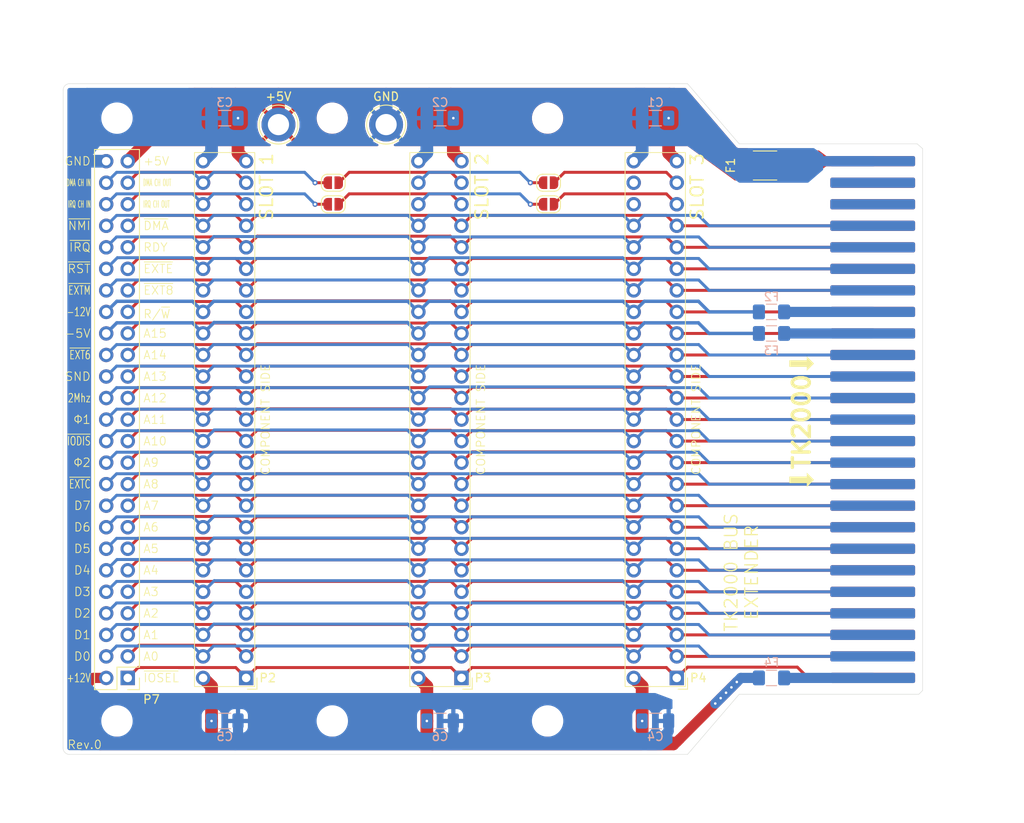
<source format=kicad_pcb>
(kicad_pcb
	(version 20241229)
	(generator "pcbnew")
	(generator_version "9.0")
	(general
		(thickness 1.6)
		(legacy_teardrops no)
	)
	(paper "A4")
	(layers
		(0 "F.Cu" signal)
		(2 "B.Cu" signal)
		(9 "F.Adhes" user "F.Adhesive")
		(11 "B.Adhes" user "B.Adhesive")
		(13 "F.Paste" user)
		(15 "B.Paste" user)
		(5 "F.SilkS" user "F.Silkscreen")
		(7 "B.SilkS" user "B.Silkscreen")
		(1 "F.Mask" user)
		(3 "B.Mask" user)
		(17 "Dwgs.User" user "User.Drawings")
		(19 "Cmts.User" user "User.Comments")
		(21 "Eco1.User" user "User.Eco1")
		(23 "Eco2.User" user "User.Eco2")
		(25 "Edge.Cuts" user)
		(27 "Margin" user)
		(31 "F.CrtYd" user "F.Courtyard")
		(29 "B.CrtYd" user "B.Courtyard")
		(35 "F.Fab" user)
		(33 "B.Fab" user)
		(39 "User.1" user)
		(41 "User.2" user)
		(43 "User.3" user)
		(45 "User.4" user)
	)
	(setup
		(pad_to_mask_clearance 0)
		(allow_soldermask_bridges_in_footprints no)
		(tenting front back)
		(pcbplotparams
			(layerselection 0x00000000_00000000_55555555_5755f5ff)
			(plot_on_all_layers_selection 0x00000000_00000000_00000000_00000000)
			(disableapertmacros no)
			(usegerberextensions no)
			(usegerberattributes yes)
			(usegerberadvancedattributes yes)
			(creategerberjobfile yes)
			(dashed_line_dash_ratio 12.000000)
			(dashed_line_gap_ratio 3.000000)
			(svgprecision 4)
			(plotframeref no)
			(mode 1)
			(useauxorigin no)
			(hpglpennumber 1)
			(hpglpenspeed 20)
			(hpglpendiameter 15.000000)
			(pdf_front_fp_property_popups yes)
			(pdf_back_fp_property_popups yes)
			(pdf_metadata yes)
			(pdf_single_document no)
			(dxfpolygonmode yes)
			(dxfimperialunits yes)
			(dxfusepcbnewfont yes)
			(psnegative no)
			(psa4output no)
			(plot_black_and_white yes)
			(sketchpadsonfab no)
			(plotpadnumbers no)
			(hidednponfab no)
			(sketchdnponfab yes)
			(crossoutdnponfab yes)
			(subtractmaskfromsilk no)
			(outputformat 1)
			(mirror no)
			(drillshape 0)
			(scaleselection 1)
			(outputdirectory "gerbers/")
		)
	)
	(net 0 "")
	(net 1 "GND")
	(net 2 "+5V")
	(net 3 "+12V")
	(net 4 "Net-(P1-Pin_25)")
	(net 5 "-12V")
	(net 6 "Net-(P1-Pin_33)")
	(net 7 "Net-(P1-Pin_34)")
	(net 8 "-5V")
	(net 9 "Net-(P1-Pin_50)")
	(net 10 "P2_RESET")
	(net 11 "P2_IRQ")
	(net 12 "P2_PHI1")
	(net 13 "P2_EXT8")
	(net 14 "unconnected-(P1-Pin_24-Pad24)")
	(net 15 "P2_A14")
	(net 16 "P2_A5")
	(net 17 "P2_A12")
	(net 18 "P2_EXTE")
	(net 19 "P2_IODIS")
	(net 20 "P2_DMA")
	(net 21 "P2_A8")
	(net 22 "P2_NMI")
	(net 23 "P2_A7")
	(net 24 "P2_A10")
	(net 25 "P2_D7")
	(net 26 "P2_A11")
	(net 27 "P2_A2")
	(net 28 "unconnected-(P1-Pin_27-Pad27)")
	(net 29 "P2_A9")
	(net 30 "P2_A1")
	(net 31 "P2_A0")
	(net 32 "P2_D1")
	(net 33 "P2_R~{W}")
	(net 34 "P2_RDY")
	(net 35 "P2_D0")
	(net 36 "P2_A3")
	(net 37 "unconnected-(P1-Pin_23-Pad23)")
	(net 38 "P2_D2")
	(net 39 "P2_EXTC")
	(net 40 "P2_SOUND")
	(net 41 "P2_D5")
	(net 42 "P2_EXTM")
	(net 43 "P2_2M")
	(net 44 "P2_A4")
	(net 45 "P2_EXT6")
	(net 46 "P2_A15")
	(net 47 "P2_PHI2")
	(net 48 "unconnected-(P1-Pin_28-Pad28)")
	(net 49 "P2_IOSEL")
	(net 50 "P2_A13")
	(net 51 "P2_D4")
	(net 52 "P2_D6")
	(net 53 "P2_A6")
	(net 54 "P2_D3")
	(net 55 "/ES2_P24")
	(net 56 "/DBG_P24")
	(net 57 "/ES2_P23")
	(net 58 "/DBG_P23")
	(net 59 "/ES2_P27")
	(net 60 "/DBG_P27")
	(net 61 "/ES2_P28")
	(net 62 "/DBG_P28")
	(net 63 "/ES3_P24")
	(net 64 "/ES3_P23")
	(net 65 "/ES3_P27")
	(net 66 "/ES3_P28")
	(footprint "TK2000:PinSocket_2x25_P2.54mm_Vertical" (layer "F.Cu") (at 100.33 41.656))
	(footprint "Jumper:SolderJumper-2_P1.3mm_Open_RoundedPad1.0x1.5mm" (layer "F.Cu") (at 87.742 44.196 180))
	(footprint "Fuse:Fuse_1812_4532Metric_Pad1.30x3.40mm_HandSolder" (layer "F.Cu") (at 138.684 42.164 180))
	(footprint "MountingHole:MountingHole_3.2mm_M3_ISO7380" (layer "F.Cu") (at 87.63 107.696))
	(footprint "Jumper:SolderJumper-2_P1.3mm_Open_RoundedPad1.0x1.5mm" (layer "F.Cu") (at 113.142 44.196 180))
	(footprint "TestPoint:TestPoint_Loop_D3.80mm_Drill2.5mm" (layer "F.Cu") (at 81.28 37.338))
	(footprint "TK2000:PinSocket_2x25_P2.54mm_Vertical" (layer "F.Cu") (at 74.93 41.656))
	(footprint "Jumper:SolderJumper-2_P1.3mm_Open_RoundedPad1.0x1.5mm" (layer "F.Cu") (at 113.142 46.736 180))
	(footprint "TK2000:Conector Edge" (layer "F.Cu") (at 151.384 72.136 90))
	(footprint "TK2000:PinSocket_2x25_P2.54mm_Vertical" (layer "F.Cu") (at 125.73 41.656))
	(footprint "TestPoint:TestPoint_Loop_D3.80mm_Drill2.5mm" (layer "F.Cu") (at 93.98 37.338))
	(footprint "MountingHole:MountingHole_3.2mm_M3_ISO7380" (layer "F.Cu") (at 113.03 107.696))
	(footprint "MountingHole:MountingHole_3.2mm_M3_ISO7380" (layer "F.Cu") (at 87.63 36.576))
	(footprint "Jumper:SolderJumper-2_P1.3mm_Open_RoundedPad1.0x1.5mm" (layer "F.Cu") (at 87.742 46.736 180))
	(footprint "MountingHole:MountingHole_3.2mm_M3_ISO7380" (layer "F.Cu") (at 62.23 36.576))
	(footprint "TK2000:PinHeader_2x25_P2.54mm_Vertical" (layer "F.Cu") (at 60.12 41.656))
	(footprint "MountingHole:MountingHole_3.2mm_M3_ISO7380" (layer "F.Cu") (at 113.03 36.576))
	(footprint "MountingHole:MountingHole_3.2mm_M3_ISO7380" (layer "F.Cu") (at 62.23 107.696))
	(footprint "Fuse:Fuse_1206_3216Metric_Pad1.42x1.75mm_HandSolder" (layer "B.Cu") (at 139.446 59.436))
	(footprint "Capacitor_SMD:C_1206_3216Metric_Pad1.33x1.80mm_HandSolder" (layer "B.Cu") (at 100.3475 107.696))
	(footprint "Fuse:Fuse_1206_3216Metric_Pad1.42x1.75mm_HandSolder" (layer "B.Cu") (at 139.446 61.976 180))
	(footprint "Capacitor_SMD:C_1206_3216Metric_Pad1.33x1.80mm_HandSolder" (layer "B.Cu") (at 74.9475 107.696))
	(footprint "Capacitor_SMD:C_1206_3216Metric_Pad1.33x1.80mm_HandSolder" (layer "B.Cu") (at 125.7475 107.696))
	(footprint "Capacitor_SMD:C_1206_3216Metric_Pad1.33x1.80mm_HandSolder" (layer "B.Cu") (at 74.9475 36.576 180))
	(footprint "Capacitor_SMD:C_1206_3216Metric_Pad1.33x1.80mm_HandSolder" (layer "B.Cu") (at 100.3475 36.576 180))
	(footprint "Fuse:Fuse_1206_3216Metric_Pad1.42x1.75mm_HandSolder" (layer "B.Cu") (at 139.446 102.616 180))
	(footprint "Capacitor_SMD:C_1206_3216Metric_Pad1.33x1.80mm_HandSolder" (layer "B.Cu") (at 125.7475 36.576 180))
	(gr_line
		(start 129.54 32.512)
		(end 56.642 32.512)
		(stroke
			(width 0.05)
			(type default)
		)
		(layer "Edge.Cuts")
		(uuid "4024b3a6-d8db-4ee5-84dc-385ea3b9ce7e")
	)
	(gr_line
		(start 157.2657 40.16775)
		(end 156.6307 39.61205)
		(stroke
			(width 0.05)
			(type solid)
		)
		(layer "Edge.Cuts")
		(uuid "46961bbb-9105-41da-b0d6-aa0acdd3a036")
	)
	(gr_line
		(start 135.636 104.54085)
		(end 129.54 111.64095)
		(stroke
			(width 0.05)
			(type solid)
		)
		(layer "Edge.Cuts")
		(uuid "4d7eddc7-8a36-41cc-8f65-e4e99458bfd7")
	)
	(gr_line
		(start 129.54 111.64095)
		(end 56.63005 111.64095)
		(stroke
			(width 0.05)
			(type solid)
		)
		(layer "Edge.Cuts")
		(uuid "4ddbf66d-7274-45a5-ba86-74cc1deb5f3c")
	)
	(gr_line
		(start 55.88 33.274)
		(end 55.86805 110.87895)
		(stroke
			(width 0.05)
			(type default)
		)
		(layer "Edge.Cuts")
		(uuid "597bbe98-9106-41b8-9ca5-2adb647f068d")
	)
	(gr_arc
		(start 56.63005 111.64095)
		(mid 56.091235 111.417765)
		(end 55.86805 110.87895)
		(stroke
			(width 0.05)
			(type default)
		)
		(layer "Edge.Cuts")
		(uuid "5c3f2325-7e7b-4dc1-8c3f-8f5efbc756db")
	)
	(gr_line
		(start 157.2657 104.10425)
		(end 157.2657 40.16775)
		(stroke
			(width 0.05)
			(type solid)
		)
		(layer "Edge.Cuts")
		(uuid "8a7a44ee-d2e6-4d5d-8908-665907501240")
	)
	(gr_line
		(start 156.6307 39.61205)
		(end 135.636 39.61205)
		(stroke
			(width 0.05)
			(type solid)
		)
		(layer "Edge.Cuts")
		(uuid "ac820e99-d595-4622-b139-21a89563cdff")
	)
	(gr_line
		(start 135.636 39.61205)
		(end 129.54 32.512)
		(stroke
			(width 0.05)
			(type default)
		)
		(layer "Edge.Cuts")
		(uuid "d524aed0-fcb0-44e1-97f4-0a7e9bbc1694")
	)
	(gr_arc
		(start 55.88 33.274)
		(mid 56.103185 32.735185)
		(end 56.642 32.512)
		(stroke
			(width 0.05)
			(type solid)
		)
		(layer "Edge.Cuts")
		(uuid "d73a9e0e-be60-4ab5-b8a1-4ad32470e674")
	)
	(gr_line
		(start 157.2657 104.10425)
		(end 156.8291 104.54085)
		(stroke
			(width 0.05)
			(type solid)
		)
		(layer "Edge.Cuts")
		(uuid "efeade17-a166-460f-a45c-47003c6be043")
	)
	(gr_line
		(start 135.636 104.54085)
		(end 156.8291 104.54085)
		(stroke
			(width 0.05)
			(type solid)
		)
		(layer "Edge.Cuts")
		(uuid "f80d0785-6077-4532-9d8e-e99caa776c86")
	)
	(gr_text "D1"
		(at 59.182 97.536 0)
		(layer "F.SilkS")
		(uuid "06919281-505d-4eec-baa1-1d36941ad271")
		(effects
			(font
				(size 1 1)
				(thickness 0.1)
			)
			(justify right)
		)
	)
	(gr_text "D5"
		(at 59.182 87.376 0)
		(layer "F.SilkS")
		(uuid "0c07d361-d28f-4eea-9a5a-749f31e21eb4")
		(effects
			(font
				(size 1 1)
				(thickness 0.1)
			)
			(justify right)
		)
	)
	(gr_text "A12"
		(at 65.278 69.596 0)
		(layer "F.SilkS")
		(uuid "14363174-d337-47fa-9ee7-d9c09c00a8fb")
		(effects
			(font
				(size 1 1)
				(thickness 0.1)
			)
			(justify left)
		)
	)
	(gr_text "-12V"
		(at 59.182 59.436 0)
		(layer "F.SilkS")
		(uuid "15501f80-2645-4e7e-a0bb-f7af44e7bcfc")
		(effects
			(font
				(size 1 0.7)
				(thickness 0.1)
			)
			(justify right)
		)
	)
	(gr_text "A8"
		(at 65.278 79.756 0)
		(layer "F.SilkS")
		(uuid "1cbd61ab-1d67-467c-b8b8-02b868810f08")
		(effects
			(font
				(size 1 1)
				(thickness 0.1)
			)
			(justify left)
		)
	)
	(gr_text "~{EXTE}"
		(at 65.278 54.356 0)
		(layer "F.SilkS")
		(uuid "1cd1f777-da8c-4eb6-9e62-28933d2bc42b")
		(effects
			(font
				(size 1 1)
				(thickness 0.1)
			)
			(justify left)
		)
	)
	(gr_text "~{DMA}"
		(at 65.278 49.276 0)
		(layer "F.SilkS")
		(uuid "1ff5a77b-5438-4605-b554-6348ac62aa8c")
		(effects
			(font
				(size 1 1)
				(thickness 0.1)
			)
			(justify left)
		)
	)
	(gr_text "Φ1"
		(at 59.182 72.136 0)
		(layer "F.SilkS")
		(uuid "2b2a7024-d622-4f72-b8e3-7274c25e8475")
		(effects
			(font
				(size 1 1)
				(thickness 0.1)
			)
			(justify right)
		)
	)
	(gr_text "GND"
		(at 59.182 41.656 0)
		(layer "F.SilkS")
		(uuid "3b7582a2-d7de-483d-82bd-fcf42b55bbc9")
		(effects
			(font
				(size 1 1)
				(thickness 0.1)
			)
			(justify right)
		)
	)
	(gr_text "~{EXTM}"
		(at 59.182 56.896 0)
		(layer "F.SilkS")
		(uuid "47e4fff3-f428-4606-aeeb-b0a35f276e09")
		(effects
			(font
				(size 1 0.7)
				(thickness 0.1)
			)
			(justify right)
		)
	)
	(gr_text "A1"
		(at 65.278 97.536 0)
		(layer "F.SilkS")
		(uuid "4d6410f4-164c-405e-9114-c83563b6789a")
		(effects
			(font
				(size 1 1)
				(thickness 0.1)
			)
			(justify left)
		)
	)
	(gr_text "COMPONENT SIDE"
		(at 130.556 72.136 90)
		(layer "F.SilkS")
		(uuid "504e3817-5bab-4adb-b6d5-b061dd3f6f73")
		(effects
			(font
				(size 1 1)
				(thickness 0.1)
			)
		)
	)
	(gr_text "~{EXT6}"
		(at 59.182 64.516 0)
		(layer "F.SilkS")
		(uuid "53e34d20-2d8d-4d1a-b84d-93c9d227e03c")
		(effects
			(font
				(size 1 0.7)
				(thickness 0.1)
			)
			(justify right)
		)
	)
	(gr_text "DMA CH IN"
		(at 59.182 44.196 0)
		(layer "F.SilkS")
		(uuid "56865d8f-4863-4b83-b9af-2a2688df7a1a")
		(effects
			(font
				(size 0.8 0.35)
				(thickness 0.08)
				(bold yes)
			)
			(justify right)
		)
	)
	(gr_text "D7"
		(at 59.182 82.296 0)
		(layer "F.SilkS")
		(uuid "5a2a7ede-d749-497d-b6a0-7a1ae21b9257")
		(effects
			(font
				(size 1 1)
				(thickness 0.1)
			)
			(justify right)
		)
	)
	(gr_text "A6"
		(at 65.278 84.836 0)
		(layer "F.SilkS")
		(uuid "5b553acd-0551-4add-84de-9b0ad42d7c9a")
		(effects
			(font
				(size 1 1)
				(thickness 0.1)
			)
			(justify left)
		)
	)
	(gr_text "SND"
		(at 59.182 67.056 0)
		(layer "F.SilkS")
		(uuid "5d986e14-71dc-4916-bf34-9cb2ee462567")
		(effects
			(font
				(size 1 1)
				(thickness 0.1)
			)
			(justify right)
		)
	)
	(gr_text "DMA CH OUT"
		(at 65.278 44.196 0)
		(layer "F.SilkS")
		(uuid "5e05d6f1-ed15-4caf-a044-9c1d76d0391d")
		(effects
			(font
				(size 0.8 0.35)
				(thickness 0.08)
				(bold yes)
			)
			(justify left)
		)
	)
	(gr_text "D3"
		(at 59.182 92.456 0)
		(layer "F.SilkS")
		(uuid "5fa61b0d-17b6-47aa-8456-7cfff35ce202")
		(effects
			(font
				(size 1 1)
				(thickness 0.1)
			)
			(justify right)
		)
	)
	(gr_text "⬇️"
		(at 143.256 65.532 90)
		(layer "F.SilkS")
		(uuid "674168e5-e18a-4a7a-86fc-820bf7d43efc")
		(effects
			(font
				(face "DejaVu Sans Mono")
				(size 4 4)
				(thickness 0.8)
				(bold yes)
			)
		)
		(render_cache "⬇️" 90
			(polygon
				(pts
					(xy 143.607102 65.921078) (xy 141.546914 65.921078) (xy 141.546914 65.142431) (xy 143.607102 65.142431)
					(xy 143.607102 64.680568) (xy 144.459754 65.530289) (xy 143.607102 66.382941)
				)
			)
		)
	)
	(gr_text "D4"
		(at 59.182 89.916 0)
		(layer "F.SilkS")
		(uuid "72be19be-7e16-4850-9c37-e6047f46659b")
		(effects
			(font
				(size 1 1)
				(thickness 0.1)
			)
			(justify right)
		)
	)
	(gr_text "A9"
		(at 65.278 77.216 0)
		(layer "F.SilkS")
		(uuid "75685429-ce27-4887-9334-731a2d9b5ec1")
		(effects
			(font
				(size 1 1)
				(thickness 0.1)
			)
			(justify left)
		)
	)
	(gr_text "D2"
		(at 59.182 94.996 0)
		(layer "F.SilkS")
		(uuid "75e4aa28-af26-4b12-80ca-f110ac436c21")
		(effects
			(font
				(size 1 1)
				(thickness 0.1)
			)
			(justify right)
		)
	)
	(gr_text "COMPONENT SIDE"
		(at 105.156 72.136 90)
		(layer "F.SilkS")
		(uuid "89e371b7-018e-4c4f-913b-8277c3398e13")
		(effects
			(font
				(size 1 1)
				(thickness 0.1)
			)
		)
	)
	(gr_text "D0"
		(at 59.182 100.076 0)
		(layer "F.SilkS")
		(uuid "9124fe9d-8fbb-4f0e-9d24-75751af0b604")
		(effects
			(font
				(size 1 1)
				(thickness 0.1)
			)
			(justify right)
		)
	)
	(gr_text "A4"
		(at 65.278 89.916 0)
		(layer "F.SilkS")
		(uuid "9b248ee5-56c0-44cc-bf31-65e6728168e9")
		(effects
			(font
				(size 1 1)
				(thickness 0.1)
			)
			(justify left)
		)
	)
	(gr_text "~{EXTC}"
		(at 59.182 79.756 0)
		(layer "F.SilkS")
		(uuid "9bd832ac-d90d-4a0f-a92f-90d3e229490b")
		(effects
			(font
				(size 1 0.7)
				(thickness 0.1)
			)
			(justify right)
		)
	)
	(gr_text "A14"
		(at 65.278 64.516 0)
		(layer "F.SilkS")
		(uuid "9e309f40-9df5-46d5-b6be-8d2847b69fb6")
		(effects
			(font
				(size 1 1)
				(thickness 0.1)
			)
			(justify left)
		)
	)
	(gr_text "~{NMI}"
		(at 59.182 49.276 0)
		(layer "F.SilkS")
		(uuid "9e9ecbe6-58b3-4b8f-b149-d71f8f63f398")
		(effects
			(font
				(size 1 1)
				(thickness 0.1)
			)
			(justify right)
		)
	)
	(gr_text "~{IODIS}"
		(at 59.182 74.676 0)
		(layer "F.SilkS")
		(uuid "a0d63019-7fec-4dcf-bd1d-1848cbe6288c")
		(effects
			(font
				(size 1 0.7)
				(thickness 0.1)
			)
			(justify right)
		)
	)
	(gr_text "A13"
		(at 65.278 67.056 0)
		(layer "F.SilkS")
		(uuid "a1d825ea-38c0-445f-988b-4f735c8997b3")
		(effects
			(font
				(size 1 1)
				(thickness 0.1)
			)
			(justify left)
		)
	)
	(gr_text "R/~{W}"
		(at 65.278 59.69 0)
		(layer "F.SilkS")
		(uuid "a29975bc-2b84-451b-ac18-36b8d0b1977c")
		(effects
			(font
				(size 1 1)
				(thickness 0.1)
			)
			(justify left)
		)
	)
	(gr_text "~{EXT8}"
		(at 65.278 56.896 0)
		(layer "F.SilkS")
		(uuid "a7ed4c72-2f5f-41a2-b033-16c771354ad3")
		(effects
			(font
				(size 1 1)
				(thickness 0.1)
			)
			(justify left)
		)
	)
	(gr_text "IRQ CH OUT"
		(at 65.278 46.736 0)
		(layer "F.SilkS")
		(uuid "a86e5fda-beee-42bb-b033-7ce27f853ba3")
		(effects
			(font
				(size 0.8 0.35)
				(thickness 0.08)
				(bold yes)
			)
			(justify left)
		)
	)
	(gr_text "TK2000 BUS\nEXTENDER"
		(at 135.89 90.17 90)
		(layer "F.SilkS")
		(uuid "adc190f5-ba25-44a3-a7d1-27ec30855eeb")
		(effects
			(font
				(size 1.5 1.5)
				(thickness 0.15)
			)
		)
	)
	(gr_text "A3"
		(at 65.278 92.456 0)
		(layer "F.SilkS")
		(uuid "b316c47d-7580-43d3-975b-2cd58a86e749")
		(effects
			(font
				(size 1 1)
				(thickness 0.1)
			)
			(justify left)
		)
	)
	(gr_text "A15"
		(at 65.278 61.976 0)
		(layer "F.SilkS")
		(uuid "b4399387-f6c3-40a1-bf76-0409449ff94a")
		(effects
			(font
				(size 1 1)
				(thickness 0.1)
			)
			(justify left)
		)
	)
	(gr_text "A2"
		(at 65.278 94.996 0)
		(layer "F.SilkS")
		(uuid "ba9145e1-55e5-4551-a86d-db7237bd664c")
		(effects
			(font
				(size 1 1)
				(thickness 0.1)
			)
			(justify left)
		)
	)
	(gr_text "COMPONENT SIDE"
		(at 79.756 72.136 90)
		(layer "F.SilkS")
		(uuid "bb1ac41c-8508-4d59-b7a2-b0bdeeac7b6f")
		(effects
			(font
				(size 1 1)
				(thickness 0.1)
			)
		)
	)
	(gr_text "IRQ CH IN"
		(at 59.182 46.736 0)
		(layer "F.SilkS")
		(uuid "bf90dd29-988c-4d62-accb-d5cc8eb5789e")
		(effects
			(font
				(size 0.8 0.35)
				(thickness 0.08)
				(bold yes)
			)
			(justify right)
		)
	)
	(gr_text "TK2000"
		(at 143.002 72.389999 90)
		(layer "F.SilkS")
		(uuid "c0edde71-3fdf-4ac0-b0dc-4705c35063fe")
		(effects
			(font
				(size 2 2)
				(thickness 0.4)
				(bold yes)
			)
		)
	)
	(gr_text "D6"
		(at 59.182 84.836 0)
		(layer "F.SilkS")
		(uuid "cbf68f9c-bffd-47c6-ab39-14aa9adfadcb")
		(effects
			(font
				(size 1 1)
				(thickness 0.1)
			)
			(justify right)
		)
	)
	(gr_text "A5"
		(at 65.278 87.376 0)
		(layer "F.SilkS")
		(uuid "cfd7fd36-63ce-4038-86c5-694e81de58f9")
		(effects
			(font
				(size 1 1)
				(thickness 0.1)
			)
			(justify left)
		)
	)
	(gr_text "~{IOSEL}"
		(at 65.278 102.616 0)
		(layer "F.SilkS")
		(uuid "d2314352-1efa-4977-a651-cdb0cf660164")
		(effects
			(font
				(size 1 1)
				(thickness 0.1)
			)
			(justify left)
		)
	)
	(gr_text "+12V"
		(at 59.182 102.616 0)
		(layer "F.SilkS")
		(uuid "d3662027-5386-45ec-81f3-fb978e19f573")
		(effects
			(font
				(size 1 0.7)
				(thickness 0.1)
			)
			(justify right)
		)
	)
	(gr_text "A10"
		(at 65.278 74.676 0)
		(layer "F.SilkS")
		(uuid "d5e17f1c-9e8d-4bbc-8d38-2b10fc561282")
		(effects
			(font
				(size 1 1)
				(thickness 0.1)
			)
			(justify left)
		)
	)
	(gr_text "⬇️"
		(at 143.256 79.248 90)
		(layer "F.SilkS")
		(uuid "dd3307ec-c4db-414f-9441-fc5030a583cd")
		(effects
			(font
				(face "DejaVu Sans Mono")
				(size 4 4)
				(thickness 0.8)
				(bold yes)
			)
		)
		(render_cache "⬇️" 90
			(polygon
				(pts
					(xy 143.607102 79.637078) (xy 141.546914 79.637078) (xy 141.546914 78.858431) (xy 143.607102 78.858431)
					(xy 143.607102 78.396568) (xy 144.459754 79.246289) (xy 143.607102 80.098941)
				)
			)
		)
	)
	(gr_text "~{IRQ}"
		(at 59.182 51.816 0)
		(layer "F.SilkS")
		(uuid "e050e5d5-5c44-4193-90b1-165cb3997831")
		(effects
			(font
				(size 1 1)
				(thickness 0.1)
			)
			(justify right)
		)
	)
	(gr_text "A0"
		(at 65.278 100.076 0)
		(layer "F.SilkS")
		(uuid "e2098145-e984-4d64-8c97-095c11e0f7ed")
		(effects
			(font
				(size 1 1)
				(thickness 0.1)
			)
			(justify left)
		)
	)
	(gr_text "2Mhz"
		(at 59.182 69.596 0)
		(layer "F.SilkS")
		(uuid "e3904d2f-dd16-4a36-98a5-2f287d9e4681")
		(effects
			(font
				(size 1 0.7)
				(thickness 0.1)
			)
			(justify right)
		)
	)
	(gr_text "Rev.0"
		(at 58.42 110.49 0)
		(layer "F.SilkS")
		(uuid "e82c7cd1-2ef2-4a2f-9d2b-35c95d7c1e2f")
		(effects
			(font
				(size 1 1)
				(thickness 0.1)
			)
		)
	)
	(gr_text "-5V"
		(at 59.182 61.976 0)
		(layer "F.SilkS")
		(uuid "ed846aff-cfc0-4acf-bc4e-8b97be21d3b0")
		(effects
			(font
				(size 1 1)
				(thickness 0.1)
			)
			(justify right)
		)
	)
	(gr_text "Φ2"
		(at 59.182 77.216 0)
		(layer "F.SilkS")
		(uuid "edf7a12a-0c5e-4bfe-b817-545e43d58fc8")
		(effects
			(font
				(size 1 1)
				(thickness 0.1)
			)
			(justify right)
		)
	)
	(gr_text "A11"
		(at 65.278 72.136 0)
		(layer "F.SilkS")
		(uuid "ee82f754-471d-49c8-9dde-545f03e8d133")
		(effects
			(font
				(size 1 1)
				(thickness 0.1)
			)
			(justify left)
		)
	)
	(gr_text "RDY"
		(at 65.278 51.816 0)
		(layer "F.SilkS")
		(uuid "f41b7933-6b45-4782-88b7-a00991594fa6")
		(effects
			(font
				(size 1 1)
				(thickness 0.1)
			)
			(justify left)
		)
	)
	(gr_text "A7"
		(at 65.278 82.296 0)
		(layer "F.SilkS")
		(uuid "f6c293e2-b24d-49f2-b25f-b3360395dc5a")
		(effects
			(font
				(size 1 1)
				(thickness 0.1)
			)
			(justify left)
		)
	)
	(gr_text "+5V"
		(at 65.278 41.656 0)
		(layer "F.SilkS")
		(uuid "f9d07593-3407-46f0-a142-6bcc77d4df99")
		(effects
			(font
				(size 1 1)
				(thickness 0.1)
			)
			(justify left)
		)
	)
	(gr_text "~{RST}"
		(at 59.182 54.356 0)
		(layer "F.SilkS")
		(uuid "fe67d694-02df-4292-b622-0242f8a1fdbf")
		(effects
			(font
				(size 1 1)
				(thickness 0.1)
			)
			(justify right)
		)
	)
	(dimension
		(type orthogonal)
		(layer "Dwgs.User")
		(uuid "600feff3-99f1-476d-a26f-78259c55f029")
		(pts
			(xy 135.636 39.624) (xy 129.54 32.512)
		)
		(height -14.986)
		(orientation 0)
		(format
			(prefix "")
			(suffix "")
			(units 3)
			(units_format 0)
			(precision 4)
			(suppress_zeroes yes)
		)
		(style
			(thickness 0.1)
			(arrow_length 1.27)
			(text_position_mode 0)
			(arrow_direction outward)
			(extension_height 0.58642)
			(extension_offset 0.5)
			(keep_text_aligned yes)
		)
		(gr_text "6.096"
			(at 132.588 23.488 0)
			(layer "Dwgs.User")
			(uuid "600feff3-99f1-476d-a26f-78259c55f029")
			(effects
				(font
					(size 1 1)
					(thickness 0.15)
				)
			)
		)
	)
	(dimension
		(type orthogonal)
		(layer "Dwgs.User")
		(uuid "6b12e74d-db11-4856-a7c7-0772f69fed4b")
		(pts
			(xy 135.636 104.54085) (xy 129.54 111.64095)
		)
		(height 32.004)
		(orientation 1)
		(format
			(prefix "")
			(suffix "")
			(units 3)
			(units_format 0)
			(precision 4)
			(suppress_zeroes yes)
		)
		(style
			(thickness 0.1)
			(arrow_length 1.27)
			(text_position_mode 0)
			(arrow_direction outward)
			(extension_height 0.58642)
			(extension_offset 0.5)
			(keep_text_aligned yes)
		)
		(gr_text "7.1001"
			(at 166.49 108.0909 90)
			(layer "Dwgs.User")
			(uuid "6b12e74d-db11-4856-a7c7-0772f69fed4b")
			(effects
				(font
					(size 1 1)
					(thickness 0.15)
				)
			)
		)
	)
	(dimension
		(type orthogonal)
		(layer "Dwgs.User")
		(uuid "cfbf3c23-f977-4709-84c0-b9bc0816ba23")
		(pts
			(xy 135.636 39.61205) (xy 129.54 32.512)
		)
		(height 32.004)
		(orientation 1)
		(format
			(prefix "")
			(suffix "")
			(units 3)
			(units_format 0)
			(precision 4)
			(suppress_zeroes yes)
		)
		(style
			(thickness 0.1)
			(arrow_length 1.27)
			(text_position_mode 0)
			(arrow_direction outward)
			(extension_height 0.58642)
			(extension_offset 0.5)
			(keep_text_aligned yes)
		)
		(gr_text "7.1001"
			(at 166.49 36.062025 90)
			(layer "Dwgs.User")
			(uuid "cfbf3c23-f977-4709-84c0-b9bc0816ba23")
			(effects
				(font
					(size 1 1)
					(thickness 0.15)
				)
			)
		)
	)
	(dimension
		(type orthogonal)
		(layer "Dwgs.User")
		(uuid "e6c65724-40c5-4852-83f8-bff59f68ee2c")
		(pts
			(xy 157.2657 104.10425) (xy 55.88 104.14)
		)
		(height 12.22775)
		(orientation 0)
		(format
			(prefix "")
			(suffix "")
			(units 3)
			(units_format 0)
			(precision 4)
			(suppress_zeroes yes)
		)
		(style
			(thickness 0.1)
			(arrow_length 1.27)
			(text_position_mode 0)
			(arrow_direction outward)
			(extension_height 0.58642)
			(extension_offset 0.5)
			(keep_text_aligned yes)
		)
		(gr_text "101.3857"
			(at 106.57285 115.182 0)
			(layer "Dwgs.User")
			(uuid "e6c65724-40c5-4852-83f8-bff59f68ee2c")
			(effects
				(font
					(size 1 1)
					(thickness 0.15)
				)
			)
		)
	)
	(dimension
		(type orthogonal)
		(layer "Dwgs.User")
		(uuid "e96319d4-c601-4f2f-b5c6-9d1ea206d034")
		(pts
			(xy 135.636 104.54085) (xy 129.54 111.64095)
		)
		(height 14.58515)
		(orientation 0)
		(format
			(prefix "")
			(suffix "")
			(units 3)
			(units_format 0)
			(precision 4)
			(suppress_zeroes yes)
		)
		(style
			(thickness 0.1)
			(arrow_length 1.27)
			(text_position_mode 0)
			(arrow_direction outward)
			(extension_height 0.58642)
			(extension_offset 0.5)
			(keep_text_aligned yes)
		)
		(gr_text "6.096"
			(at 132.588 117.976 0)
			(layer "Dwgs.User")
			(uuid "e96319d4-c601-4f2f-b5c6-9d1ea206d034")
			(effects
				(font
					(size 1 1)
					(thickness 0.15)
				)
			)
		)
	)
	(dimension
		(type orthogonal)
		(layer "Dwgs.User")
		(uuid "ee6b0ea0-28aa-4e18-a5a2-a4d3e3e09e37")
		(pts
			(xy 56.642 32.512) (xy 56.63005 111.64095)
		)
		(height -4.318)
		(orientation 1)
		(format
			(prefix "")
			(suffix "")
			(units 3)
			(units_format 0)
			(precision 4)
			(suppress_zeroes yes)
		)
		(style
			(thickness 0.1)
			(arrow_length 1.27)
			(text_position_mode 0)
			(arrow_direction outward)
			(extension_height 0.58642)
			(extension_offset 0.5)
			(keep_text_aligned yes)
		)
		(gr_text "79.129"
			(at 51.174 72.076475 90)
			(layer "Dwgs.User")
			(uuid "ee6b0ea0-28aa-4e18-a5a2-a4d3e3e09e37")
			(effects
				(font
					(size 1 1)
					(thickness 0.15)
				)
			)
		)
	)
	(segment
		(start 60.96 41.656)
		(end 57.15 41.656)
		(width 1.5)
		(layer "B.Cu")
		(net 1)
		(uuid "0719cfb6-8385-4139-8c15-1f14348942c8")
	)
	(segment
		(start 135.910769 41.656)
		(end 136.398 41.656)
		(width 1.2)
		(layer "B.Cu")
		(net 1)
		(uuid "0b2d032c-07ad-4815-b440-20f840fa0366")
	)
	(segment
		(start 124.46 33.763)
		(end 123.444 33.763)
		(width 1.5)
		(layer "B.Cu")
		(net 1)
		(uuid "117c2c96-0075-4e83-893a-d8208392b61c")
	)
	(segment
		(start 127.31 108.91)
		(end 125.83005 110.38995)
		(width 1.2)
		(layer "B.Cu")
		(net 1)
		(uuid "1578d25b-d6ca-47ea-aef1-220fa9ef6e16")
	)
	(segment
		(start 135.860271 41.656)
		(end 127.96727 33.763)
		(width 1.5)
		(layer "B.Cu")
		(net 1)
		(uuid "2b69d25d-2dcb-4d36-987d-256a3e66b69a")
	)
	(segment
		(start 73.385 36.576)
		(end 73.385 40.661)
		(width 1.5)
		(layer "B.Cu")
		(net 1)
		(uuid "2de67944-fc25-41f0-854d-4a5536190cff")
	)
	(segment
		(start 58.693 33.763)
		(end 57.15 35.306)
		(width 1.5)
		(layer "B.Cu")
		(net 1)
		(uuid "3055c3e7-cb36-4e5e-b5d3-b053ea7518bc")
	)
	(segment
		(start 101.91 110.07995)
		(end 101.6 110.38995)
		(width 1.2)
		(layer "B.Cu")
		(net 1)
		(uuid "31e45eed-fd0c-4eec-92cc-685ea090618d")
	)
	(segment
		(start 136.398 41.656)
		(end 135.860271 41.656)
		(width 1.5)
		(layer "B.Cu")
		(net 1)
		(uuid "367d3ef1-91ef-4736-a21a-709aa19fc8c5")
	)
	(segment
		(start 124.185 36.576)
		(end 124.185 40.661)
		(width 1.5)
		(layer "B.Cu")
		(net 1)
		(uuid "3a5cfe3b-1df0-477f-81e6-4ab63db27c45")
	)
	(segment
		(start 98.785 36.576)
		(end 98.785 40.661)
		(width 1.5)
		(layer "B.Cu")
		(net 1)
		(uuid "44f52767-e1e1-473d-9f9d-947d30963eb6")
	)
	(segment
		(start 99.06 33.763)
		(end 93.98 33.763)
		(width 1.5)
		(layer "B.Cu")
		(net 1)
		(uuid "49511c59-f37a-4cb1-b6c5-5d17ae588bf4")
	)
	(segment
		(start 76.2 110.38995)
		(end 101.6 110.38995)
		(width 1.5)
		(layer "B.Cu")
		(net 1)
		(uuid "4d4cdbb4-5edc-447b-97e6-c438383280c4")
	)
	(segment
		(start 58.06595 110.38995)
		(end 76.2 110.38995)
		(width 1.5)
		(layer "B.Cu")
		(net 1)
		(uuid "552a346b-e457-42c8-80dd-11aa30f95a6a")
	)
	(segment
		(start 124.185 34.038)
		(end 124.46 33.763)
		(width 1.5)
		(layer "B.Cu")
		(net 1)
		(uuid "57dfaac4-9d69-48b5-be8f-5a6b61c271c9")
	)
	(segment
		(start 73.385 36.576)
		(end 73.385 33.784)
		(width 1.5)
		(layer "B.Cu")
		(net 1)
		(uuid "66a4f85c-e125-4040-9031-d7b4bd701677")
	)
	(segment
		(start 57.15 41.656)
		(end 57.15 109.474)
		(width 1.5)
		(layer "B.Cu")
		(net 1)
		(uuid "6865666d-256c-4e85-93f4-37af0776a5e2")
	)
	(segment
		(start 73.385 33.784)
		(end 73.406 33.763)
		(width 1.5)
		(layer "B.Cu")
		(net 1)
		(uuid "6b603051-5358-44d5-9646-97c9532c46da")
	)
	(segment
		(start 127.96727 33.763)
		(end 123.444 33.763)
		(width 1.5)
		(layer "B.Cu")
		(net 1)
		(uuid "6b7f1a08-1a77-417f-bd09-58d4bb64fa05")
	)
	(segment
		(start 73.385 40.661)
		(end 72.39 41.656)
		(width 1.5)
		(layer "B.Cu")
		(net 1)
		(uuid "6c051690-5fb6-4824-bbba-3ca30e58082e")
	)
	(segment
		(start 57.15 109.474)
		(end 58.06595 110.38995)
		(width 1.5)
		(layer "B.Cu")
		(net 1)
		(uuid "71ead29e-3dd7-4240-b847-0b44fab9bf25")
	)
	(segment
		(start 98.785 34.038)
		(end 99.06 33.763)
		(width 1.5)
		(layer "B.Cu")
		(net 1)
		(uuid "79194bb8-bbb1-49e3-8702-98c4a62ad930")
	)
	(segment
		(start 93.98 33.763)
		(end 73.406 33.763)
		(width 1.5)
		(layer "B.Cu")
		(net 1)
		(uuid "7d83e970-2dd1-4e17-af10-72f82c7f4855")
	)
	(segment
		(start 101.6 110.38995)
		(end 125.83005 110.38995)
		(width 1.5)
		(layer "B.Cu")
		(net 1)
		(uuid "866b4d46-9b74-488a-a60f-a95c5a66afc4")
	)
	(segment
		(start 101.91 107.696)
		(end 101.91 110.07995)
		(width 1.2)
		(layer "B.Cu")
		(net 1)
		(uuid "8c60bc62-1f8f-4133-b640-7606942492ab")
	)
	(segment
		(start 136.398 41.656)
		(end 151.384 41.656)
		(width 1.2)
		(layer "B.Cu")
		(net 1)
		(uuid "97d459d8-3471-40cf-aa9d-69eea07898f9")
	)
	(segment
		(start 124.185 36.576)
		(end 124.185 34.038)
		(width 1.5)
		(layer "B.Cu")
		(net 1)
		(uuid "9a7b6ccf-153b-4e13-87ac-02329641d244")
	)
	(segment
		(start 93.98 37.338)
		(end 93.98 33.763)
		(width 1.5)
	
... [142969 chars truncated]
</source>
